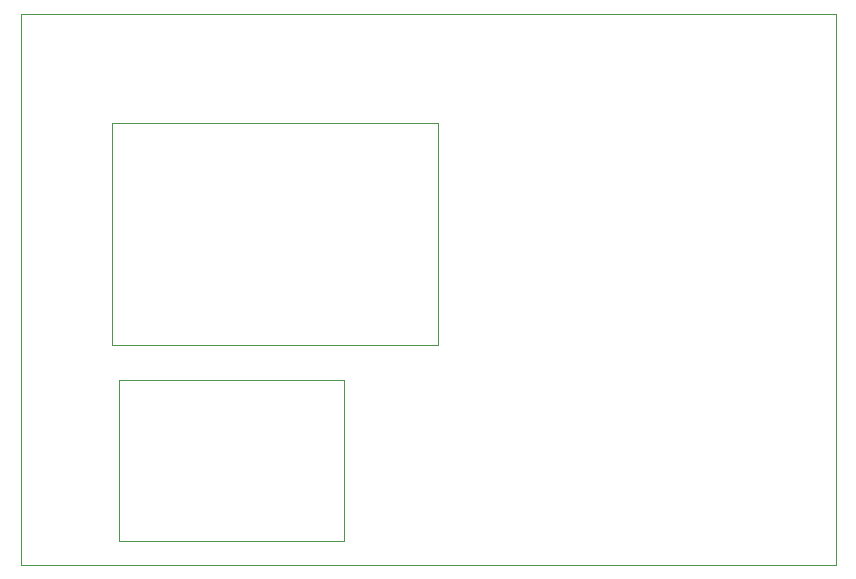
<source format=gbr>
%TF.GenerationSoftware,KiCad,Pcbnew,8.99.0-unknown-8ec1016ccf~178~ubuntu22.04.1*%
%TF.CreationDate,2024-05-09T20:44:09+05:30*%
%TF.ProjectId,HF-PA-v10,48462d50-412d-4763-9130-2e6b69636164,rev?*%
%TF.SameCoordinates,Original*%
%TF.FileFunction,Profile,NP*%
%FSLAX46Y46*%
G04 Gerber Fmt 4.6, Leading zero omitted, Abs format (unit mm)*
G04 Created by KiCad (PCBNEW 8.99.0-unknown-8ec1016ccf~178~ubuntu22.04.1) date 2024-05-09 20:44:09*
%MOMM*%
%LPD*%
G01*
G04 APERTURE LIST*
%TA.AperFunction,Profile*%
%ADD10C,0.100000*%
%TD*%
G04 APERTURE END LIST*
D10*
X138280000Y-62675000D02*
X207250000Y-62675000D01*
X207250000Y-109315000D01*
X138280000Y-109315000D01*
X138280000Y-62675000D01*
X146560000Y-93680000D02*
X165660000Y-93680000D01*
X165660000Y-107320000D01*
X146560000Y-107320000D01*
X146560000Y-93680000D01*
X146000000Y-71930000D02*
X173550000Y-71930000D01*
X173550000Y-90720000D01*
X146000000Y-90720000D01*
X146000000Y-71930000D01*
M02*

</source>
